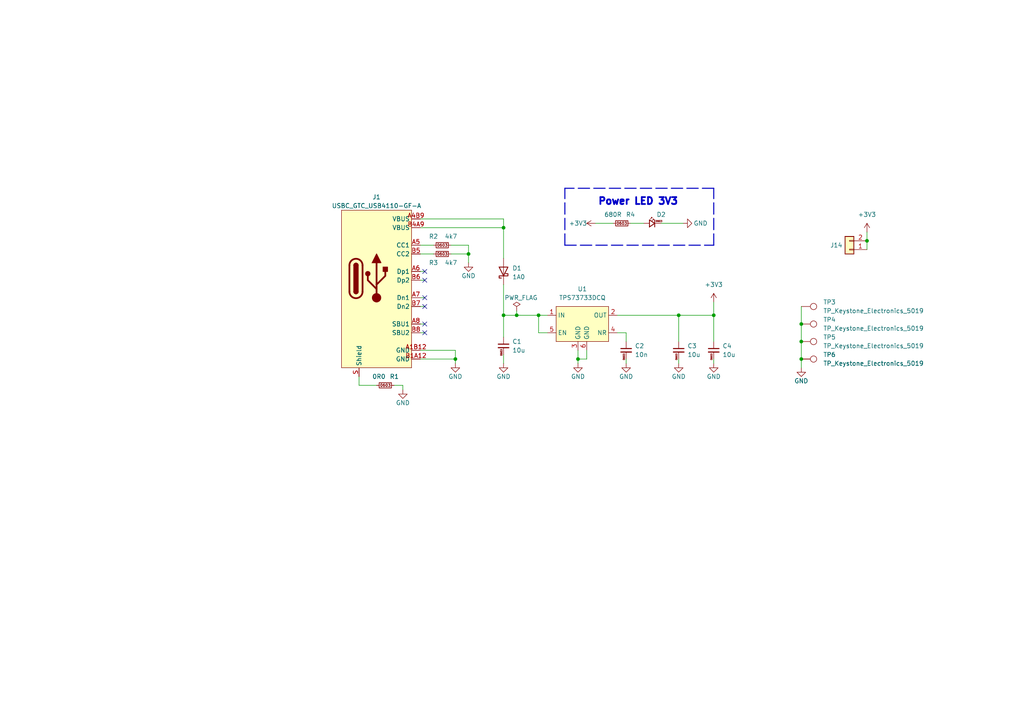
<source format=kicad_sch>
(kicad_sch (version 20230121) (generator eeschema)
  (paper "A4")
  (title_block (title "LCB-CTB-01: Test Board") (date "2024-02-28") (rev "1.0.0") (company "PADERBORN UNIVERSITY DEPARTMENT OF POWER ELECTRONICS AND ELECTRICAL DRIVES"))
  (lib_symbols
    (symbol "LEA_SymbolLibrary:+3V3" (power) (pin_numbers hide) (pin_names (offset 0))
      (property "Value" "+3V3" (at 0 3.81 0))
      (symbol "+3V3_1_1"
        (polyline (pts (xy -0.762 1.27) (xy 0 2.54)))
        (polyline (pts (xy 0 0) (xy 0 2.54)))
        (polyline (pts (xy 0 2.54) (xy 0.762 1.27)))
        (pin power_in line (at 0 0 90) (length 0) hide (name "+3V3") (number "1"))
      )
    )
    (symbol "LEA_SymbolLibrary:C_0603__10n_X7R_10P__50V" (pin_numbers hide) (pin_names (offset 0.254) hide)
      (property "Reference" "C" (at 0.762 0.508 0))
      (property "Value" "10n" (at 0.762 -1.016 0))
      (symbol "C_0603__10n_X7R_10P__50V_0_0"
        (text "0603" (at -0.635 -1.905 900) (effects (font (size 0.5 0.5))))
      )
      (symbol "C_0603__10n_X7R_10P__50V_0_1"
        (polyline (pts (xy -1.524 -0.508) (xy 1.524 -0.508)) (stroke (width 0.3302)))
        (polyline (pts (xy -1.524 0.508) (xy 1.524 0.508)) (stroke (width 0.3048)))
      )
      (symbol "C_0603__10n_X7R_10P__50V_1_1"
        (pin passive line (at 0 2.54 270) (length 2.032) (name "1") (number "1"))
        (pin passive line (at 0 -2.54 90) (length 2.032) (name "2") (number "2"))
      )
    )
    (symbol "LEA_SymbolLibrary:C_0603__10u_X5R_10P__25V" (pin_numbers hide) (pin_names (offset 0.254) hide)
      (property "Reference" "C" (at 0.762 0.508 0))
      (property "Value" "10u" (at 0.762 -1.016 0))
      (symbol "C_0603__10u_X5R_10P__25V_0_0"
        (text "0603" (at -0.635 -1.905 900) (effects (font (size 0.5 0.5))))
      )
      (symbol "C_0603__10u_X5R_10P__25V_0_1"
        (polyline (pts (xy -1.524 -0.508) (xy 1.524 -0.508)) (stroke (width 0.3302)))
        (polyline (pts (xy -1.524 0.508) (xy 1.524 0.508)) (stroke (width 0.3048)))
      )
      (symbol "C_0603__10u_X5R_10P__25V_1_1"
        (pin passive line (at 0 2.54 270) (length 2.032) (name "1") (number "1"))
        (pin passive line (at 0 -2.54 90) (length 2.032) (name "2") (number "2"))
      )
    )
    (symbol "LEA_SymbolLibrary:Conn_01x02" (pin_names (offset 1.016) hide)
      (property "Reference" "J" (at -1.27 2.54 0))
      (property "Value" "01x02" (at 0 -5.08 0))
      (symbol "Conn_01x02_1_1"
        (rectangle (start -1.27 -2.413) (end 0 -2.667) (stroke (width 0.1524)))
        (rectangle (start -1.27 0.127) (end 0 -0.127) (stroke (width 0.1524)))
        (rectangle (start -1.27 1.27) (end 1.27 -3.81) (stroke (width 0.254)) (fill (type background)))
        (pin passive line (at -5.08 0 0) (length 3.81) (name "Pin_1") (number "1"))
        (pin passive line (at -5.08 -2.54 0) (length 3.81) (name "Pin_2") (number "2"))
      )
    )
    (symbol "LEA_SymbolLibrary:Conn_USBC_GTC_USB4110-GF-A"
      (property "Reference" "J" (at -1.524 24.638 0))
      (property "Value" "USBC_GTC_USB4110-GF-A" (at -11.684 5.588 90))
      (symbol "Conn_USBC_GTC_USB4110-GF-A_0_1"
        (rectangle (start 10.16 -22.86) (end -10.16 22.86) (fill (type background)))
      )
      (symbol "Conn_USBC_GTC_USB4110-GF-A_1_1"
        (arc (start -7.874 -0.762) (mid -5.969 -2.6587) (end -4.064 -0.762) (stroke (width 0.508)))
        (arc (start -6.604 -0.762) (mid -5.969 -1.3943) (end -5.334 -0.762) (stroke (width 0.254)))
        (arc (start -6.604 -0.762) (mid -5.969 -1.3943) (end -5.334 -0.762) (stroke (width 0.254)) (fill (type outline)))
        (rectangle (start -6.604 -0.762) (end -5.334 6.858) (stroke (width 0.254)) (fill (type outline)))
        (arc (start -5.334 6.858) (mid -5.969 7.4903) (end -6.604 6.858) (stroke (width 0.254)))
        (arc (start -5.334 6.858) (mid -5.969 7.4903) (end -6.604 6.858) (stroke (width 0.254)) (fill (type outline)))
        (arc (start -4.064 6.858) (mid -5.969 8.7547) (end -7.874 6.858) (stroke (width 0.508)))
        (circle (center -2.54 4.445) (radius 0.635) (stroke (width 0.254)) (fill (type outline)))
        (circle (center 0 -2.54) (radius 1.27) (fill (type outline)))
        (polyline (pts (xy -7.874 -0.762) (xy -7.874 6.858)) (stroke (width 0.508)))
        (polyline (pts (xy -4.064 6.858) (xy -4.064 -0.762)) (stroke (width 0.508)))
        (polyline (pts (xy 0 -2.54) (xy 0 7.62)) (stroke (width 0.508)))
        (polyline (pts (xy 0 0) (xy -2.54 2.54) (xy -2.54 3.81)) (stroke (width 0.508)))
        (polyline (pts (xy 0 1.27) (xy 2.54 3.81) (xy 2.54 5.08)) (stroke (width 0.508)))
        (polyline (pts (xy -1.27 7.62) (xy 0 10.16) (xy 1.27 7.62) (xy -1.27 7.62)) (stroke (width 0.254)) (fill (type outline)))
        (rectangle (start 1.905 5.08) (end 3.175 6.35) (stroke (width 0.254)) (fill (type outline)))
        (pin passive line (at 12.7 -17.78 180) (length 2.54) (name "GND") (number "A1B12"))
        (pin passive line (at 12.7 20.32 180) (length 2.54) (name "VBUS") (number "A4B9"))
        (pin passive line (at 12.7 12.7 180) (length 2.54) (name "CC1") (number "A5"))
        (pin bidirectional line (at 12.7 5.08 180) (length 2.54) (name "Dp1") (number "A6"))
        (pin bidirectional line (at 12.7 -2.54 180) (length 2.54) (name "Dn1") (number "A7"))
        (pin bidirectional line (at 12.7 -10.16 180) (length 2.54) (name "SBU1") (number "A8"))
        (pin power_out line (at 12.7 -20.32 180) (length 2.54) (name "GND") (number "B1A12"))
        (pin power_out line (at 12.7 17.78 180) (length 2.54) (name "VBUS") (number "B4A9"))
        (pin passive line (at 12.7 10.16 180) (length 2.54) (name "CC2") (number "B5"))
        (pin bidirectional line (at 12.7 2.54 180) (length 2.54) (name "Dp2") (number "B6"))
        (pin bidirectional line (at 12.7 -5.08 180) (length 2.54) (name "Dn2") (number "B7"))
        (pin bidirectional line (at 12.7 -12.7 180) (length 2.54) (name "SBU2") (number "B8"))
        (pin passive line (at -5.08 -25.4 90) (length 2.54) (name "Shield") (number "S"))
      )
    )
    (symbol "LEA_SymbolLibrary:D_SOD_1A0_BAS3010A03WE6327HTSA1" (pin_numbers hide) (pin_names (offset 1.016) hide)
      (property "Reference" "D" (at 0 2.54 0))
      (symbol "D_SOD_1A0_BAS3010A03WE6327HTSA1_1_1"
        (polyline (pts (xy 1.27 0) (xy -1.27 0)))
        (polyline (pts (xy 1.27 1.27) (xy 1.27 -1.27) (xy -1.27 0) (xy 1.27 1.27)) (stroke (width 0.254)))
        (polyline (pts (xy -1.905 0.635) (xy -1.905 1.27) (xy -1.27 1.27) (xy -1.27 -1.27) (xy -0.635 -1.27) (xy -0.635 -0.635)) (stroke (width 0.254)))
        (pin power_in line (at 3.81 0 180) (length 2.54) (name "A") (number "A"))
        (pin passive line (at -3.81 0 0) (length 2.54) (name "C") (number "C"))
      )
    )
    (symbol "LEA_SymbolLibrary:GND" (power) (pin_numbers hide) (pin_names (offset 0))
      (property "Value" "GND" (at 0 -5.08 0))
      (symbol "GND_1_1"
        (polyline (pts (xy 0 0) (xy 0 -1.27) (xy 1.27 -1.27) (xy 0 -2.54) (xy -1.27 -1.27) (xy 0 -1.27)))
        (pin power_in line (at 0 0 90) (length 0) hide (name "GND") (number "1"))
      )
    )
    (symbol "LEA_SymbolLibrary:LED_0603_RED" (pin_numbers hide) (pin_names (offset 1.016) hide)
      (property "Reference" "D" (at 0 5.08 0))
      (symbol "LED_0603_RED_0_0"
        (text "0603" (at -1.905 0.635 0) (effects (font (size 0.5 0.5))))
      )
      (symbol "LED_0603_RED_1_1"
        (polyline (pts (xy -0.6604 -1.0414) (xy -0.6604 0.9906)) (stroke (width 0.254)))
        (polyline (pts (xy 0.8636 -1.0414) (xy -0.6604 -0.0254) (xy 0.8636 0.9906) (xy 0.8636 -1.0414)) (stroke (width 0.254)))
        (polyline (pts (xy 0.1016 0.7366) (xy -0.4064 1.2446) (xy -0.1524 1.2446) (xy -0.4064 1.2446) (xy -0.4064 0.9906)))
        (polyline (pts (xy 0.6096 1.2446) (xy 0.1016 1.7526) (xy 0.3556 1.7526) (xy 0.1016 1.7526) (xy 0.1016 1.4986)))
        (pin passive line (at 2.54 0 180) (length 1.6002) (name "A") (number "A"))
        (pin passive line (at -2.54 0 0) (length 1.778) (name "C") (number "C"))
      )
    )
    (symbol "LEA_SymbolLibrary:R_0603_680R_THICK__1P__75V" (pin_numbers hide) (pin_names (offset 0.254) hide)
      (property "Reference" "R" (at 0.762 0.508 0))
      (property "Value" "680R" (at 0.762 -1.016 0))
      (symbol "R_0603_680R_THICK__1P__75V_0_0"
        (text "0603" (at 0 0 900) (effects (font (size 0.8 0.8))))
      )
      (symbol "R_0603_680R_THICK__1P__75V_0_1"
        (rectangle (start -0.762 1.778) (end 0.762 -1.778) (stroke (width 0.2032)))
      )
      (symbol "R_0603_680R_THICK__1P__75V_1_1"
        (pin passive line (at 0 2.54 270) (length 0.762) (name "~") (number "1"))
        (pin passive line (at 0 -2.54 90) (length 0.762) (name "~") (number "2"))
      )
    )
    (symbol "LEA_SymbolLibrary:R_0603__0R0_THICK__1P__75V" (pin_numbers hide) (pin_names (offset 0.254) hide)
      (property "Reference" "R" (at 0.762 0.508 0))
      (property "Value" "0R0" (at 0.762 -1.016 0))
      (symbol "R_0603__0R0_THICK__1P__75V_0_0"
        (text "0603" (at 0 0 900) (effects (font (size 0.8 0.8))))
      )
      (symbol "R_0603__0R0_THICK__1P__75V_0_1"
        (rectangle (start -0.762 1.778) (end 0.762 -1.778) (stroke (width 0.2032)))
      )
      (symbol "R_0603__0R0_THICK__1P__75V_1_1"
        (pin passive line (at 0 2.54 270) (length 0.762) (name "~") (number "1"))
        (pin passive line (at 0 -2.54 90) (length 0.762) (name "~") (number "2"))
      )
    )
    (symbol "LEA_SymbolLibrary:R_0603__4k7_THICK__1P__75V" (pin_numbers hide) (pin_names (offset 0.254) hide)
      (property "Reference" "R" (at 0.762 0.508 0))
      (property "Value" "4k7" (at 0.762 -1.016 0))
      (symbol "R_0603__4k7_THICK__1P__75V_0_0"
        (text "0603" (at 0 0 900) (effects (font (size 0.8 0.8))))
      )
      (symbol "R_0603__4k7_THICK__1P__75V_0_1"
        (rectangle (start -0.762 1.778) (end 0.762 -1.778) (stroke (width 0.2032)))
      )
      (symbol "R_0603__4k7_THICK__1P__75V_1_1"
        (pin passive line (at 0 2.54 270) (length 0.762) (name "~") (number "1"))
        (pin passive line (at 0 -2.54 90) (length 0.762) (name "~") (number "2"))
      )
    )
    (symbol "LEA_SymbolLibrary:TPS73733DCQ"
      (property "Reference" "U?" (at -5.08 6.35 0))
      (property "Value" "TPS73733DCQ" (at 0 8.89 0))
      (symbol "TPS73733DCQ_0_0"
        (rectangle (start -7.62 5.08) (end 7.62 -5.08) (fill (type background)))
      )
      (symbol "TPS73733DCQ_1_1"
        (pin power_in line (at -10.16 2.54 0) (length 2.54) (name "IN") (number "1"))
        (pin power_out line (at 10.16 2.54 180) (length 2.54) (name "OUT") (number "2"))
        (pin power_in line (at -1.27 -7.62 90) (length 2.54) (name "GND") (number "3"))
        (pin output line (at 10.16 -2.54 180) (length 2.54) (name "NR") (number "4"))
        (pin input line (at -10.16 -2.54 0) (length 2.54) (name "EN") (number "5"))
        (pin power_in line (at 1.27 -7.62 90) (length 2.54) (name "GND") (number "6"))
      )
    )
    (symbol "LEA_SymbolLibrary:TP_Keystone_Electronics_5019" (pin_numbers hide) (pin_names (offset 1.016) hide)
      (property "Reference" "TP" (at 0 5.08 0))
      (property "Value" "TP_Keystone_Electronics_5019" (at 0 7.62 0))
      (symbol "TP_Keystone_Electronics_5019_1_1"
        (circle (center 3.556 0) (radius 0.9144))
        (pin passive line (at 0 0 0) (length 2.54) (name "TP") (number "1"))
      )
    )
    (symbol "power:PWR_FLAG" (power) (pin_numbers hide) (pin_names (offset 0) hide)
      (property "Value" "PWR_FLAG" (at 0 3.81 0))
      (symbol "PWR_FLAG_0_0"
        (pin power_out line (at 0 0 90) (length 0) (name "pwr") (number "1"))
      )
      (symbol "PWR_FLAG_0_1"
        (polyline (pts (xy 0 0) (xy 0 1.27) (xy -1.016 1.905) (xy 0 2.54) (xy 1.016 1.905) (xy 0 1.27)))
      )
    )
  )
  (junction (at 149.86 91.44))
  (junction (at 251.46 69.85))
  (junction (at 232.41 99.06))
  (junction (at 156.21 91.44))
  (junction (at 207.01 91.44))
  (junction (at 232.41 104.14))
  (junction (at 232.41 93.98))
  (junction (at 132.08 104.14))
  (junction (at 167.64 104.14))
  (junction (at 146.05 91.44))
  (junction (at 146.05 66.04))
  (junction (at 135.89 73.66))
  (junction (at 196.85 91.44))
  (no_connect (at 123.19 88.9))
  (no_connect (at 123.19 86.36))
  (no_connect (at 123.19 93.98))
  (no_connect (at 123.19 78.74))
  (no_connect (at 123.19 96.52))
  (no_connect (at 123.19 81.28))
  (wire (pts (xy 146.05 97.79) (xy 146.05 91.44)))
  (polyline (pts (xy 163.83 71.12) (xy 207.01 71.12)) (stroke (width 0.3) (type dash)))
  (wire (pts (xy 146.05 102.87) (xy 146.05 105.41)))
  (wire (pts (xy 135.89 73.66) (xy 135.89 71.12)))
  (wire (pts (xy 121.92 104.14) (xy 132.08 104.14)))
  (wire (pts (xy 167.64 101.6) (xy 167.64 104.14)))
  (wire (pts (xy 191.77 64.77) (xy 198.12 64.77)))
  (wire (pts (xy 121.92 63.5) (xy 146.05 63.5)))
  (wire (pts (xy 156.21 91.44) (xy 158.75 91.44)))
  (wire (pts (xy 181.61 104.14) (xy 181.61 105.41)))
  (wire (pts (xy 121.92 96.52) (xy 123.19 96.52)))
  (wire (pts (xy 135.89 76.2) (xy 135.89 73.66)))
  (wire (pts (xy 146.05 66.04) (xy 146.05 74.93)))
  (wire (pts (xy 196.85 104.14) (xy 196.85 105.41)))
  (wire (pts (xy 232.41 93.98) (xy 232.41 99.06)))
  (wire (pts (xy 104.14 111.76) (xy 104.14 109.22)))
  (wire (pts (xy 121.92 88.9) (xy 123.19 88.9)))
  (wire (pts (xy 121.92 93.98) (xy 123.19 93.98)))
  (wire (pts (xy 232.41 104.14) (xy 232.41 106.68)))
  (wire (pts (xy 116.84 111.76) (xy 114.3 111.76)))
  (wire (pts (xy 146.05 91.44) (xy 149.86 91.44)))
  (wire (pts (xy 196.85 91.44) (xy 196.85 99.06)))
  (wire (pts (xy 116.84 113.03) (xy 116.84 111.76)))
  (wire (pts (xy 179.07 91.44) (xy 196.85 91.44)))
  (wire (pts (xy 149.86 90.17) (xy 149.86 91.44)))
  (wire (pts (xy 130.81 73.66) (xy 135.89 73.66)))
  (wire (pts (xy 182.88 64.77) (xy 186.69 64.77)))
  (wire (pts (xy 121.92 66.04) (xy 146.05 66.04)))
  (wire (pts (xy 232.41 88.9) (xy 232.41 93.98)))
  (wire (pts (xy 251.46 67.31) (xy 251.46 69.85)))
  (wire (pts (xy 132.08 104.14) (xy 132.08 105.41)))
  (wire (pts (xy 149.86 91.44) (xy 156.21 91.44)))
  (wire (pts (xy 146.05 82.55) (xy 146.05 91.44)))
  (wire (pts (xy 121.92 101.6) (xy 132.08 101.6)))
  (polyline (pts (xy 207.01 71.12) (xy 207.01 54.61)) (stroke (width 0.3) (type dash)))
  (wire (pts (xy 232.41 99.06) (xy 232.41 104.14)))
  (polyline (pts (xy 163.83 71.12) (xy 163.83 54.61)) (stroke (width 0.3) (type dash)))
  (polyline (pts (xy 207.01 54.61) (xy 163.83 54.61)) (stroke (width 0.3) (type dash)))
  (wire (pts (xy 156.21 96.52) (xy 156.21 91.44)))
  (wire (pts (xy 132.08 101.6) (xy 132.08 104.14)))
  (wire (pts (xy 121.92 81.28) (xy 123.19 81.28)))
  (wire (pts (xy 172.72 64.77) (xy 177.8 64.77)))
  (wire (pts (xy 179.07 96.52) (xy 181.61 96.52)))
  (wire (pts (xy 207.01 104.14) (xy 207.01 105.41)))
  (wire (pts (xy 170.18 104.14) (xy 170.18 101.6)))
  (wire (pts (xy 109.22 111.76) (xy 104.14 111.76)))
  (wire (pts (xy 121.92 78.74) (xy 123.19 78.74)))
  (wire (pts (xy 146.05 63.5) (xy 146.05 66.04)))
  (wire (pts (xy 251.46 69.85) (xy 251.46 72.39)))
  (wire (pts (xy 121.92 71.12) (xy 125.73 71.12)))
  (wire (pts (xy 207.01 91.44) (xy 207.01 99.06)))
  (wire (pts (xy 181.61 96.52) (xy 181.61 99.06)))
  (wire (pts (xy 121.92 86.36) (xy 123.19 86.36)))
  (wire (pts (xy 167.64 104.14) (xy 167.64 105.41)))
  (wire (pts (xy 121.92 73.66) (xy 125.73 73.66)))
  (wire (pts (xy 135.89 71.12) (xy 130.81 71.12)))
  (wire (pts (xy 207.01 91.44) (xy 207.01 87.63)))
  (wire (pts (xy 158.75 96.52) (xy 156.21 96.52)))
  (wire (pts (xy 167.64 104.14) (xy 170.18 104.14)))
  (wire (pts (xy 196.85 91.44) (xy 207.01 91.44)))
  (text "Power LED 3V3" (at 196.85 59.69 0) (effects (font (size 2 2) (thickness 1) bold) (justify right bottom)))
  (symbol (lib_id "LEA_SymbolLibrary:TPS73733DCQ") (at 168.91 93.98 0) (unit 1)
    (property "Reference" "U1" (at 168.91 83.82 0))
    (property "Value" "TPS73733DCQ" (at 168.91 86.36 0))
    (property "Footprint" "LEA_FootprintLibrary:SOT-223-6_TI" (effects hide))
    (property "Datasheet" "https://www.ti.com/lit/ds/symlink/tps737.pdf" (effects hide))
    (property "Manufacturer" "TI" (effects hide))
    (property "Mouser No." "595-TPS73733DCQG4" (effects hide))
    (property "mouser#" "595-TPS73733DCQG4" (effects hide))
    (property "manf#" "TPS73733DCQG4" (effects hide))
  )
  (symbol (lib_id "LEA_SymbolLibrary:+3V3") (at 251.46 67.31 0) (unit 1)
    (property "Reference" "#PWR012" (effects hide))
    (property "Value" "+3V3" (at 251.46 62.23 0))
  )
  (symbol (lib_id "LEA_SymbolLibrary:R_0603__0R0_THICK__1P__75V") (at 111.76 111.76 270) (mirror x) (unit 1)
    (property "Reference" "R1" (at 113.03 109.22 90) (effects (justify left)))
    (property "Value" "0R0" (at 107.95 109.22 90) (effects (justify left)))
    (property "Footprint" "LEA_FootprintLibrary:R_0603" (effects hide))
    (property "manf#" "CRCW06030000Z0EAC" (effects hide))
    (property "Manufacturer" "Vishay" (effects hide))
    (property "mouser#" "71-CRCW06030000Z0EAC" (effects hide))
  )
  (symbol (lib_id "LEA_SymbolLibrary:GND") (at 132.08 105.41 0) (unit 1)
    (property "Reference" "#PWR02" (effects hide))
    (property "Value" "GND" (at 132.08 109.22 0))
  )
  (symbol (lib_id "LEA_SymbolLibrary:Conn_01x02") (at 246.38 72.39 180) (unit 1)
    (property "Reference" "J14" (at 242.57 71.12 0))
    (property "Value" "01x02" (effects hide))
    (property "Footprint" "LEA_FootprintLibrary:PinHeader_1x02_P2.54mm_Vertical" (effects hide))
    (property "Datasheet" "https://www.mouser.de/datasheet/2/181/M20-999-1218971.pdf" (effects hide))
    (property "Manufacturer" "Harwin" (effects hide))
    (property "mouser#" "855-M20-9990245" (effects hide))
    (property "manf#" "M20-9990245" (effects hide))
    (property "Sim.Enable" "0" (effects hide))
  )
  (symbol (lib_id "LEA_SymbolLibrary:LED_0603_RED") (at 189.23 64.77 0) (mirror y) (unit 1)
    (property "Reference" "D2" (at 191.77 62.23 0))
    (property "Value" "LED_0603_RED" (effects hide))
    (property "Footprint" "LEA_FootprintLibrary:LED_0603" (effects hide))
    (property "Datasheet" "https://eu.mouser.com/datasheet/2/216/APHD1608LSURCK-1100899.pdf" (effects hide))
    (property "mouser#" "604-APHD1608LSURCK" (effects hide))
    (property "manf#" "APHD1608LSURCK" (effects hide))
  )
  (symbol (lib_id "LEA_SymbolLibrary:TP_Keystone_Electronics_5019") (at 232.41 88.9 0) (unit 1)
    (property "Reference" "TP3" (at 238.76 87.63 0) (effects (justify left)))
    (property "Value" "TP_Keystone_Electronics_5019" (at 238.76 90.17 0) (effects (justify left)))
    (property "Footprint" "LEA_FootprintLibrary:TestPoint_KeystoneElectronics5019" (effects hide))
    (property "Datasheet" "https://www.keyelco.com/product.cfm/product_id/1357" (effects hide))
    (property "Manufacturer" "Keystone Electronics" (effects hide))
    (property "mouser#" "534-5019" (effects hide))
    (property "manf#" "5019" (effects hide))
    (property "Sim.Enable" "0" (effects hide))
  )
  (symbol (lib_id "LEA_SymbolLibrary:TP_Keystone_Electronics_5019") (at 232.41 99.06 0) (unit 1)
    (property "Reference" "TP5" (at 238.76 97.79 0) (effects (justify left)))
    (property "Value" "TP_Keystone_Electronics_5019" (at 238.76 100.33 0) (effects (justify left)))
    (property "Footprint" "LEA_FootprintLibrary:TestPoint_KeystoneElectronics5019" (effects hide))
    (property "Datasheet" "https://www.keyelco.com/product.cfm/product_id/1357" (effects hide))
    (property "Manufacturer" "Keystone Electronics" (effects hide))
    (property "mouser#" "534-5019" (effects hide))
    (property "manf#" "5019" (effects hide))
    (property "Sim.Enable" "0" (effects hide))
  )
  (symbol (lib_id "LEA_SymbolLibrary:TP_Keystone_Electronics_5019") (at 232.41 104.14 0) (unit 1)
    (property "Reference" "TP6" (at 238.76 102.87 0) (effects (justify left)))
    (property "Value" "TP_Keystone_Electronics_5019" (at 238.76 105.41 0) (effects (justify left)))
    (property "Footprint" "LEA_FootprintLibrary:TestPoint_KeystoneElectronics5019" (effects hide))
    (property "Datasheet" "https://www.keyelco.com/product.cfm/product_id/1357" (effects hide))
    (property "Manufacturer" "Keystone Electronics" (effects hide))
    (property "mouser#" "534-5019" (effects hide))
    (property "manf#" "5019" (effects hide))
    (property "Sim.Enable" "0" (effects hide))
  )
  (symbol (lib_id "LEA_SymbolLibrary:GND") (at 135.89 76.2 0) (unit 1)
    (property "Reference" "#PWR03" (effects hide))
    (property "Value" "GND" (at 135.89 80.01 0))
  )
  (symbol (lib_id "LEA_SymbolLibrary:GND") (at 232.41 106.68 0) (unit 1)
    (property "Reference" "#PWR013" (effects hide))
    (property "Value" "GND" (at 232.41 110.49 0))
  )
  (symbol (lib_id "LEA_SymbolLibrary:C_0603__10u_X5R_10P__25V") (at 196.85 101.6 0) (unit 1)
    (property "Reference" "C3" (at 199.39 100.3362 0) (effects (justify left)))
    (property "Value" "10u" (at 199.39 102.8762 0) (effects (justify left)))
    (property "Footprint" "LEA_FootprintLibrary:C_0603" (effects hide))
    (property "Manufacturer" "Murata" (effects hide))
    (property "manf#" "GRM188R61E106KA3D" (effects hide))
    (property "mouser#" "81-GRM188R61E106KA3D" (effects hide))
  )
  (symbol (lib_id "LEA_SymbolLibrary:GND") (at 167.64 105.41 0) (unit 1)
    (property "Reference" "#PWR05" (effects hide))
    (property "Value" "GND" (at 167.64 109.22 0))
  )
  (symbol (lib_id "LEA_SymbolLibrary:D_SOD_1A0_BAS3010A03WE6327HTSA1") (at 146.05 78.74 90) (unit 1)
    (property "Reference" "D1" (at 148.59 77.7874 90) (effects (justify right)))
    (property "Value" "1A0" (at 148.59 80.3274 90) (effects (justify right)))
    (property "Footprint" "LEA_FootprintLibrary:SOD-323_Infineon" (effects hide))
    (property "Datasheet" "https://www.mouser.de/datasheet/2/196/Infineon-BAS3010ASERIES-DS-v01_01-en-1226012.pdf" (effects hide))
    (property "Manufacturer" "Infineon" (effects hide))
    (property "Mouser No" "726-BAS3010A-03WE6" (effects hide))
    (property "Mfr. No" "BAS3010A03WE6327HTSA1" (effects hide))
    (property "mouser#" "726-BAS3010A-03WE6" (effects hide))
    (property "manf#" "BAS3010A03WE6327HTSA1" (effects hide))
  )
  (symbol (lib_id "LEA_SymbolLibrary:GND") (at 198.12 64.77 90) (unit 1)
    (property "Reference" "#PWR09" (effects hide))
    (property "Value" "GND" (at 203.2 64.77 90))
  )
  (symbol (lib_id "LEA_SymbolLibrary:C_0603__10u_X5R_10P__25V") (at 146.05 100.33 0) (unit 1)
    (property "Reference" "C1" (at 148.59 99.0662 0) (effects (justify left)))
    (property "Value" "10u" (at 148.59 101.6062 0) (effects (justify left)))
    (property "Footprint" "LEA_FootprintLibrary:C_0603" (effects hide))
    (property "Manufacturer" "Murata" (effects hide))
    (property "manf#" "GRM188R61E106KA3D" (effects hide))
    (property "mouser#" "81-GRM188R61E106KA3D" (effects hide))
  )
  (symbol (lib_id "LEA_SymbolLibrary:Conn_USBC_GTC_USB4110-GF-A") (at 109.22 83.82 0) (unit 1)
    (property "Reference" "J1" (at 109.22 57.15 0))
    (property "Value" "USBC_GTC_USB4110-GF-A" (at 109.22 59.69 0))
    (property "Footprint" "LEA_FootprintLibrary:USB_C_GCT_USB4110-GF-A" (effects hide))
    (property "Datasheet" "https://www.mouser.de/datasheet/2/837/USB4110-2888203.pdf" (effects hide))
    (property "Manufacturer" "GTC" (effects hide))
    (property "Mouser No" "640-USB4110-GF-A" (effects hide))
    (property "Mfr. No" "USB4110-GF-A" (effects hide))
    (property "mouser#" "640-USB4110-GF-A" (effects hide))
    (property "manf#" "USB4110-GF-A" (effects hide))
  )
  (symbol (lib_id "LEA_SymbolLibrary:R_0603__4k7_THICK__1P__75V") (at 128.27 71.12 90) (unit 1)
    (property "Reference" "R2" (at 125.73 68.58 90))
    (property "Value" "4k7" (at 130.81 68.58 90))
    (property "Footprint" "LEA_FootprintLibrary:R_0603" (effects hide))
    (property "Manufacturer" "Vishay" (effects hide))
    (property "manf#" "CRCW06034K70FKEBC" (effects hide))
    (property "mouser#" "71-CRCW06034K70FKEBC" (effects hide))
  )
  (symbol (lib_id "LEA_SymbolLibrary:GND") (at 196.85 105.41 0) (unit 1)
    (property "Reference" "#PWR08" (effects hide))
    (property "Value" "GND" (at 196.85 109.22 0))
  )
  (symbol (lib_id "power:PWR_FLAG") (at 149.86 90.17 0) (unit 1)
    (property "Reference" "#FLG01" (effects hide))
    (property "Value" "PWR_FLAG" (at 151.13 86.36 0))
  )
  (symbol (lib_id "LEA_SymbolLibrary:+3V3") (at 207.01 87.63 0) (unit 1)
    (property "Reference" "#PWR010" (effects hide))
    (property "Value" "+3V3" (at 207.01 82.55 0))
  )
  (symbol (lib_id "LEA_SymbolLibrary:R_0603_680R_THICK__1P__75V") (at 180.34 64.77 90) (unit 1)
    (property "Reference" "R4" (at 182.88 62.23 90))
    (property "Value" "680R" (at 177.8 62.23 90))
    (property "Footprint" "LEA_FootprintLibrary:R_0603" (effects hide))
    (property "manf#" "CRCW0603680RFKEAC" (effects hide))
    (property "Manufacturer" "Vishay" (effects hide))
    (property "mouser#" "71-CRCW0603680RFKEAC" (effects hide))
  )
  (symbol (lib_id "LEA_SymbolLibrary:GND") (at 181.61 105.41 0) (unit 1)
    (property "Reference" "#PWR07" (effects hide))
    (property "Value" "GND" (at 181.61 109.22 0))
  )
  (symbol (lib_id "LEA_SymbolLibrary:GND") (at 116.84 113.03 0) (unit 1)
    (property "Reference" "#PWR01" (effects hide))
    (property "Value" "GND" (at 116.84 116.84 0))
  )
  (symbol (lib_id "LEA_SymbolLibrary:C_0603__10u_X5R_10P__25V") (at 207.01 101.6 0) (unit 1)
    (property "Reference" "C4" (at 209.55 100.3362 0) (effects (justify left)))
    (property "Value" "10u" (at 209.55 102.8762 0) (effects (justify left)))
    (property "Footprint" "LEA_FootprintLibrary:C_0603" (effects hide))
    (property "Manufacturer" "Murata" (effects hide))
    (property "manf#" "GRM188R61E106KA3D" (effects hide))
    (property "mouser#" "81-GRM188R61E106KA3D" (effects hide))
  )
  (symbol (lib_id "LEA_SymbolLibrary:GND") (at 207.01 105.41 0) (unit 1)
    (property "Reference" "#PWR011" (effects hide))
    (property "Value" "GND" (at 207.01 109.22 0))
  )
  (symbol (lib_id "LEA_SymbolLibrary:TP_Keystone_Electronics_5019") (at 232.41 93.98 0) (unit 1)
    (property "Reference" "TP4" (at 238.76 92.71 0) (effects (justify left)))
    (property "Value" "TP_Keystone_Electronics_5019" (at 238.76 95.25 0) (effects (justify left)))
    (property "Footprint" "LEA_FootprintLibrary:TestPoint_KeystoneElectronics5019" (effects hide))
    (property "Datasheet" "https://www.keyelco.com/product.cfm/product_id/1357" (effects hide))
    (property "Manufacturer" "Keystone Electronics" (effects hide))
    (property "mouser#" "534-5019" (effects hide))
    (property "manf#" "5019" (effects hide))
    (property "Sim.Enable" "0" (effects hide))
  )
  (symbol (lib_id "LEA_SymbolLibrary:R_0603__4k7_THICK__1P__75V") (at 128.27 73.66 90) (unit 1)
    (property "Reference" "R3" (at 125.73 76.2 90))
    (property "Value" "4k7" (at 130.81 76.2 90))
    (property "Footprint" "LEA_FootprintLibrary:R_0603" (effects hide))
    (property "Manufacturer" "Vishay" (effects hide))
    (property "manf#" "CRCW06034K70FKEBC" (effects hide))
    (property "mouser#" "71-CRCW06034K70FKEBC" (effects hide))
  )
  (symbol (lib_id "LEA_SymbolLibrary:+3V3") (at 172.72 64.77 90) (unit 1)
    (property "Reference" "#PWR06" (effects hide))
    (property "Value" "+3V3" (at 167.64 64.77 90))
  )
  (symbol (lib_id "LEA_SymbolLibrary:C_0603__10n_X7R_10P__50V") (at 181.61 101.6 0) (unit 1)
    (property "Reference" "C2" (at 184.15 100.3362 0) (effects (justify left)))
    (property "Value" "10n" (at 184.15 102.8762 0) (effects (justify left)))
    (property "Footprint" "LEA_FootprintLibrary:C_0603" (effects hide))
    (property "Manufacturer" "TDK" (effects hide))
    (property "manf#" "CGA3E2X7R1H103K" (effects hide))
    (property "mouser#" "810-CGA3E2X7R1H103K" (effects hide))
  )
  (symbol (lib_id "LEA_SymbolLibrary:GND") (at 146.05 105.41 0) (unit 1)
    (property "Reference" "#PWR04" (effects hide))
    (property "Value" "GND" (at 146.05 109.22 0))
  )
)
</source>
